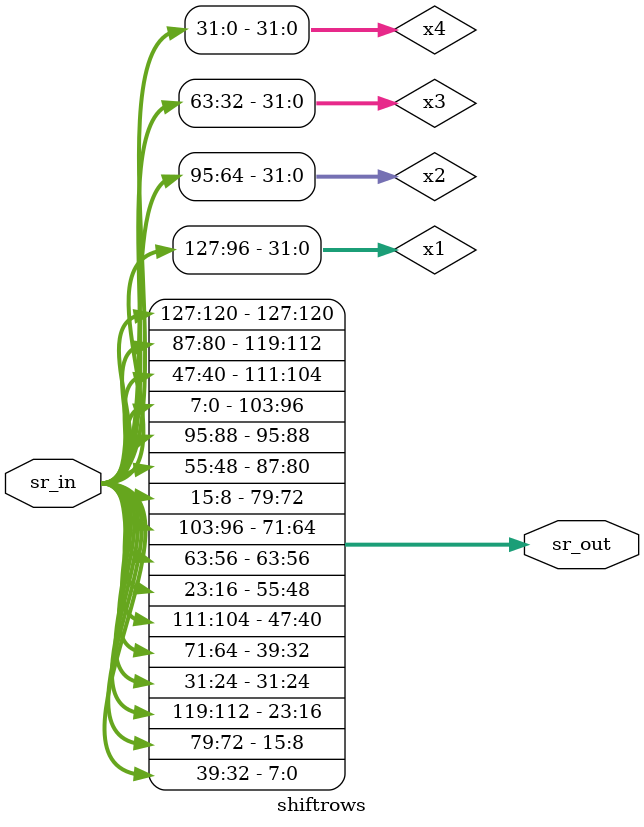
<source format=v>
`timescale 1ns / 1ps
module shiftrows(sr_in,sr_out);
    input       [127:0]sr_in;
    output reg  [127:0]sr_out;
    reg [31:0]x1,x2,x3,x4;
    
    always @(*)
    begin
        x1=sr_in[127:96];
        x2=sr_in[95:64];
        x3=sr_in[63:32];
        x4=sr_in[31:0];
        
        sr_out={x1[31:24],x2[23:16],x3[15:8],x4[7:0],
               x2[31:24],x3[23:16],x4[15:8],x1[7:0],
               x3[31:24],x4[23:16],x1[15:8],x2[7:0],
               x4[31:24],x1[23:16],x2[15:8],x3[7:0]};
    end
endmodule

</source>
